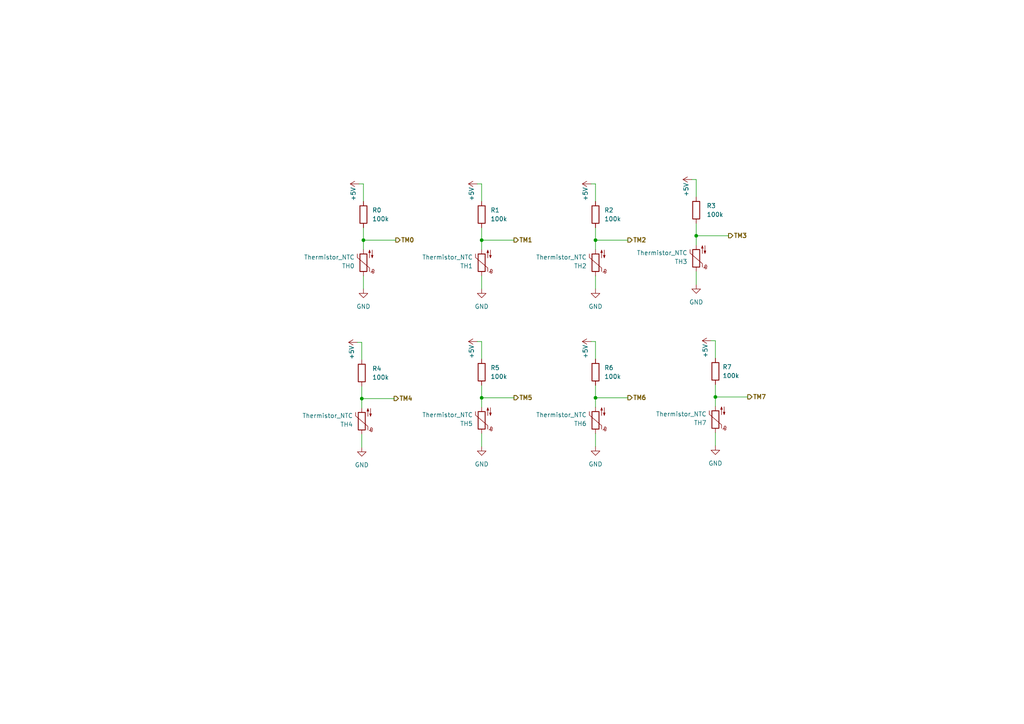
<source format=kicad_sch>
(kicad_sch (version 20211123) (generator eeschema)
  (paper "A4")
  (lib_symbols
    (symbol "Device:R" (pin_numbers hide) (pin_names (offset 0))
      (property "Reference" "R" (at 2.032 0 90))
      (property "Value" "R" (at 0 0 90))
      (symbol "R_0_1"
        (rectangle (start -1.016 -2.54) (end 1.016 2.54) (stroke (width 0.254)))
      )
      (symbol "R_1_1"
        (pin passive line (at 0 3.81 270) (length 1.27) (name "~") (number "1"))
        (pin passive line (at 0 -3.81 90) (length 1.27) (name "~") (number "2"))
      )
    )
    (symbol "Device:Thermistor_NTC" (pin_numbers hide) (pin_names (offset 0))
      (property "Reference" "TH" (at -4.445 0 90))
      (property "Value" "Thermistor_NTC" (at 3.175 0 90))
      (symbol "Thermistor_NTC_0_1"
        (arc (start -3.048 2.159) (mid -3.0505 2.3165) (end -3.175 2.413))
        (arc (start -3.048 2.159) (mid -2.9736 1.9794) (end -2.794 1.905))
        (arc (start -3.048 2.794) (mid -2.9736 2.6144) (end -2.794 2.54))
        (arc (start -2.794 1.905) (mid -2.6144 1.9794) (end -2.54 2.159))
        (arc (start -2.794 2.54) (mid -2.434 2.5608) (end -2.159 2.794))
        (arc (start -2.794 3.048) (mid -2.9736 2.9736) (end -3.048 2.794))
        (arc (start -2.54 2.794) (mid -2.6144 2.9736) (end -2.794 3.048))
        (rectangle (start -1.016 2.54) (end 1.016 -2.54) (stroke (width 0.254)))
        (polyline (pts (xy -2.54 2.159) (xy -2.54 2.794)))
        (polyline (pts (xy -1.778 2.54) (xy -1.778 1.524) (xy 1.778 -1.524) (xy 1.778 -2.54)))
        (polyline (pts (xy -2.54 -3.683) (xy -2.54 -1.397) (xy -2.794 -2.159) (xy -2.286 -2.159) (xy -2.54 -1.397) (xy -2.54 -1.651)) (fill (type outline)))
        (polyline (pts (xy -1.778 -1.397) (xy -1.778 -3.683) (xy -2.032 -2.921) (xy -1.524 -2.921) (xy -1.778 -3.683) (xy -1.778 -3.429)) (fill (type outline)))
      )
      (symbol "Thermistor_NTC_1_1"
        (pin passive line (at 0 3.81 270) (length 1.27) (name "~") (number "1"))
        (pin passive line (at 0 -3.81 90) (length 1.27) (name "~") (number "2"))
      )
    )
    (symbol "power:+5V" (power) (pin_names (offset 0))
      (property "Value" "+5V" (at 0 3.556 0))
      (symbol "+5V_0_1"
        (polyline (pts (xy -0.762 1.27) (xy 0 2.54)))
        (polyline (pts (xy 0 0) (xy 0 2.54)))
        (polyline (pts (xy 0 2.54) (xy 0.762 1.27)))
      )
      (symbol "+5V_1_1"
        (pin power_in line (at 0 0 90) (length 0) hide (name "+5V") (number "1"))
      )
    )
    (symbol "power:GND" (power) (pin_names (offset 0))
      (property "Value" "GND" (at 0 -3.81 0))
      (symbol "GND_0_1"
        (polyline (pts (xy 0 0) (xy 0 -1.27) (xy 1.27 -1.27) (xy 0 -2.54) (xy -1.27 -1.27) (xy 0 -1.27)))
      )
      (symbol "GND_1_1"
        (pin power_in line (at 0 0 270) (length 0) hide (name "GND") (number "1"))
      )
    )
  )
  (junction (at 139.7 69.6575))
  (junction (at 172.72 69.6575))
  (junction (at 207.493 115.1409))
  (junction (at 104.927 115.6141))
  (junction (at 105.41 69.6575))
  (junction (at 172.72 115.3775))
  (junction (at 201.93 68.3875))
  (junction (at 139.7 115.3775))
  (wire (pts (xy 172.72 115.3775) (xy 182.093 115.3775)))
  (wire (pts (xy 172.72 53.34) (xy 171.45 53.34)))
  (wire (pts (xy 172.72 72.39) (xy 172.72 69.6575)))
  (wire (pts (xy 105.41 72.39) (xy 105.41 69.6575)))
  (wire (pts (xy 139.7 125.73) (xy 139.7 129.54)))
  (wire (pts (xy 207.493 125.4934) (xy 207.493 129.3034)))
  (wire (pts (xy 139.7 118.11) (xy 139.7 115.3775)))
  (wire (pts (xy 114.3 115.6141) (xy 114.3 115.57)))
  (wire (pts (xy 149.073 115.3775) (xy 149.073 115.3334)))
  (wire (pts (xy 207.493 98.8234) (xy 206.223 98.8234)))
  (wire (pts (xy 201.93 64.77) (xy 201.93 68.3875)))
  (wire (pts (xy 182.093 69.6575) (xy 182.093 69.6134)))
  (wire (pts (xy 201.93 52.07) (xy 200.66 52.07)))
  (wire (pts (xy 105.41 80.01) (xy 105.41 83.82)))
  (wire (pts (xy 201.93 52.07) (xy 201.93 57.15)))
  (wire (pts (xy 139.7 66.04) (xy 139.7 69.6575)))
  (wire (pts (xy 104.927 125.9666) (xy 104.927 129.7766)))
  (wire (pts (xy 139.7 99.06) (xy 138.43 99.06)))
  (wire (pts (xy 172.72 125.73) (xy 172.72 129.54)))
  (wire (pts (xy 104.927 118.3466) (xy 104.927 115.6141)))
  (wire (pts (xy 201.93 78.74) (xy 201.93 82.55)))
  (wire (pts (xy 172.72 99.06) (xy 172.72 104.14)))
  (wire (pts (xy 172.72 66.04) (xy 172.72 69.6575)))
  (wire (pts (xy 207.493 115.1409) (xy 216.866 115.1409)))
  (wire (pts (xy 172.72 111.76) (xy 172.72 115.3775)))
  (wire (pts (xy 172.72 99.06) (xy 171.45 99.06)))
  (wire (pts (xy 207.493 117.8734) (xy 207.493 115.1409)))
  (wire (pts (xy 172.72 118.11) (xy 172.72 115.3775)))
  (wire (pts (xy 201.93 71.12) (xy 201.93 68.3875)))
  (wire (pts (xy 211.303 68.3875) (xy 211.303 68.3434)))
  (wire (pts (xy 114.783 69.6575) (xy 114.783 69.6134)))
  (wire (pts (xy 139.7 80.01) (xy 139.7 83.82)))
  (wire (pts (xy 172.72 80.01) (xy 172.72 83.82)))
  (wire (pts (xy 139.7 111.76) (xy 139.7 115.3775)))
  (wire (pts (xy 207.493 98.8234) (xy 207.493 103.9034)))
  (wire (pts (xy 105.41 69.6575) (xy 114.783 69.6575)))
  (wire (pts (xy 207.493 111.5234) (xy 207.493 115.1409)))
  (wire (pts (xy 139.7 72.39) (xy 139.7 69.6575)))
  (wire (pts (xy 139.7 69.6575) (xy 149.073 69.6575)))
  (wire (pts (xy 104.927 111.9966) (xy 104.927 115.6141)))
  (wire (pts (xy 105.41 53.34) (xy 105.41 58.42)))
  (wire (pts (xy 201.93 68.3875) (xy 211.303 68.3875)))
  (wire (pts (xy 172.72 69.6575) (xy 182.093 69.6575)))
  (wire (pts (xy 216.866 115.1409) (xy 216.866 115.0968)))
  (wire (pts (xy 105.41 66.04) (xy 105.41 69.6575)))
  (wire (pts (xy 149.073 69.6575) (xy 149.073 69.6134)))
  (wire (pts (xy 139.7 53.34) (xy 138.43 53.34)))
  (wire (pts (xy 105.41 53.34) (xy 104.14 53.34)))
  (wire (pts (xy 139.7 99.06) (xy 139.7 104.14)))
  (wire (pts (xy 182.093 115.3775) (xy 182.093 115.3334)))
  (wire (pts (xy 104.927 99.2966) (xy 103.657 99.2966)))
  (wire (pts (xy 172.72 53.34) (xy 172.72 58.42)))
  (wire (pts (xy 139.7 53.34) (xy 139.7 58.42)))
  (wire (pts (xy 104.927 115.6141) (xy 114.3 115.6141)))
  (wire (pts (xy 104.927 99.2966) (xy 104.927 104.3766)))
  (wire (pts (xy 139.7 115.3775) (xy 149.073 115.3775)))
  (hierarchical_label "TM7" (shape output) (at 216.866 115.0968 0) (effects (font bold)))
  (hierarchical_label "TM5" (shape output) (at 149.073 115.3334 0) (effects (font bold)))
  (hierarchical_label "TM6" (shape output) (at 182.093 115.3334 0) (effects (font bold)))
  (hierarchical_label "TM0" (shape output) (at 114.783 69.6134 0) (effects (font bold)))
  (hierarchical_label "TM4" (shape output) (at 114.3 115.57 0) (effects (font bold)))
  (hierarchical_label "TM2" (shape output) (at 182.093 69.6134 0) (effects (font bold)))
  (hierarchical_label "TM3" (shape output) (at 211.303 68.3434 0) (effects (font bold)))
  (hierarchical_label "TM1" (shape output) (at 149.073 69.6134 0) (effects (font bold)))
  (symbol (lib_id "power:+5V") (at 103.657 99.2966 90) (unit 1)
    (property "Reference" "#PWR0123" (effects hide))
    (property "Value" "+5V" (at 101.9871 102.2492 0))
  )
  (symbol (lib_id "power:GND") (at 207.493 129.3034 0) (unit 1)
    (property "Reference" "#PWR0118" (effects hide))
    (property "Value" "GND" (at 207.493 134.3834 0))
  )
  (symbol (lib_id "Device:Thermistor_NTC") (at 105.41 76.2 180) (unit 1)
    (property "Reference" "TH0" (at 102.87 77.1526 0) (effects (justify left)))
    (property "Value" "Thermistor_NTC" (at 102.87 74.6126 0) (effects (justify left)))
    (property "Footprint" "Connector_PinHeader_2.54mm:PinHeader_1x02_P2.54mm_Vertical" (effects hide))
  )
  (symbol (lib_id "Device:Thermistor_NTC") (at 172.72 76.2 180) (unit 1)
    (property "Reference" "TH2" (at 170.18 77.1526 0) (effects (justify left)))
    (property "Value" "Thermistor_NTC" (at 170.18 74.6126 0) (effects (justify left)))
    (property "Footprint" "Connector_PinHeader_2.54mm:PinHeader_1x02_P2.54mm_Vertical" (effects hide))
  )
  (symbol (lib_id "power:GND") (at 139.7 83.82 0) (unit 1)
    (property "Reference" "#PWR0127" (effects hide))
    (property "Value" "GND" (at 139.7 88.9 0))
  )
  (symbol (lib_id "power:GND") (at 139.7 129.54 0) (unit 1)
    (property "Reference" "#PWR0129" (effects hide))
    (property "Value" "GND" (at 139.7 134.62 0))
  )
  (symbol (lib_id "Device:Thermistor_NTC") (at 201.93 74.93 180) (unit 1)
    (property "Reference" "TH3" (at 199.39 75.8826 0) (effects (justify left)))
    (property "Value" "Thermistor_NTC" (at 199.39 73.3426 0) (effects (justify left)))
    (property "Footprint" "Connector_PinHeader_2.54mm:PinHeader_1x02_P2.54mm_Vertical" (effects hide))
  )
  (symbol (lib_id "Device:Thermistor_NTC") (at 207.493 121.6834 180) (unit 1)
    (property "Reference" "TH7" (at 204.953 122.636 0) (effects (justify left)))
    (property "Value" "Thermistor_NTC" (at 204.953 120.096 0) (effects (justify left)))
    (property "Footprint" "Connector_PinHeader_2.54mm:PinHeader_1x02_P2.54mm_Vertical" (effects hide))
  )
  (symbol (lib_id "Device:R") (at 207.493 107.7134 0) (unit 1)
    (property "Reference" "R7" (at 209.55 106.4433 0) (effects (justify left)))
    (property "Value" "100k" (at 209.55 108.9833 0) (effects (justify left)))
    (property "Footprint" "Resistor_THT:R_Box_L8.4mm_W2.5mm_P5.08mm" (effects hide))
  )
  (symbol (lib_id "Device:R") (at 139.7 62.23 0) (unit 1)
    (property "Reference" "R1" (at 142.24 60.9599 0) (effects (justify left)))
    (property "Value" "100k" (at 142.24 63.4999 0) (effects (justify left)))
    (property "Footprint" "Resistor_THT:R_Box_L8.4mm_W2.5mm_P5.08mm" (effects hide))
  )
  (symbol (lib_id "Device:R") (at 105.41 62.23 0) (unit 1)
    (property "Reference" "R0" (at 107.95 60.9599 0) (effects (justify left)))
    (property "Value" "100k" (at 107.95 63.4999 0) (effects (justify left)))
    (property "Footprint" "Resistor_THT:R_Box_L8.4mm_W2.5mm_P5.08mm" (effects hide))
  )
  (symbol (lib_id "power:GND") (at 172.72 129.54 0) (unit 1)
    (property "Reference" "#PWR0116" (effects hide))
    (property "Value" "GND" (at 172.72 134.62 0))
  )
  (symbol (lib_id "Device:R") (at 201.93 60.96 0) (unit 1)
    (property "Reference" "R3" (at 204.953 59.6899 0) (effects (justify left)))
    (property "Value" "100k" (at 204.953 62.2299 0) (effects (justify left)))
    (property "Footprint" "Resistor_THT:R_Box_L8.4mm_W2.5mm_P5.08mm" (effects hide))
  )
  (symbol (lib_id "power:+5V") (at 206.223 98.8234 90) (unit 1)
    (property "Reference" "#PWR0119" (effects hide))
    (property "Value" "+5V" (at 204.5531 101.776 0))
  )
  (symbol (lib_id "Device:Thermistor_NTC") (at 139.7 76.2 180) (unit 1)
    (property "Reference" "TH1" (at 137.16 77.1526 0) (effects (justify left)))
    (property "Value" "Thermistor_NTC" (at 137.16 74.6126 0) (effects (justify left)))
    (property "Footprint" "Connector_PinHeader_2.54mm:PinHeader_1x02_P2.54mm_Vertical" (effects hide))
  )
  (symbol (lib_id "Device:R") (at 172.72 62.23 0) (unit 1)
    (property "Reference" "R2" (at 175.26 60.9599 0) (effects (justify left)))
    (property "Value" "100k" (at 175.26 63.4999 0) (effects (justify left)))
    (property "Footprint" "Resistor_THT:R_Box_L8.4mm_W2.5mm_P5.08mm" (effects hide))
  )
  (symbol (lib_id "power:+5V") (at 104.14 53.34 90) (unit 1)
    (property "Reference" "#PWR0126" (effects hide))
    (property "Value" "+5V" (at 102.4701 56.2926 0))
  )
  (symbol (lib_id "power:GND") (at 104.927 129.7766 0) (unit 1)
    (property "Reference" "#PWR0130" (effects hide))
    (property "Value" "GND" (at 104.927 134.8566 0))
  )
  (symbol (lib_id "power:+5V") (at 138.43 53.34 90) (unit 1)
    (property "Reference" "#PWR0125" (effects hide))
    (property "Value" "+5V" (at 136.7601 56.2926 0))
  )
  (symbol (lib_id "Device:Thermistor_NTC") (at 172.72 121.92 180) (unit 1)
    (property "Reference" "TH6" (at 170.18 122.8726 0) (effects (justify left)))
    (property "Value" "Thermistor_NTC" (at 170.18 120.3326 0) (effects (justify left)))
    (property "Footprint" "Connector_PinHeader_2.54mm:PinHeader_1x02_P2.54mm_Vertical" (effects hide))
  )
  (symbol (lib_id "power:GND") (at 105.41 83.82 0) (unit 1)
    (property "Reference" "#PWR0128" (effects hide))
    (property "Value" "GND" (at 105.41 88.9 0))
  )
  (symbol (lib_id "power:+5V") (at 171.45 99.06 90) (unit 1)
    (property "Reference" "#PWR0120" (effects hide))
    (property "Value" "+5V" (at 169.7801 102.0126 0))
  )
  (symbol (lib_id "power:GND") (at 172.72 83.82 0) (unit 1)
    (property "Reference" "#PWR0121" (effects hide))
    (property "Value" "GND" (at 172.72 88.9 0))
  )
  (symbol (lib_id "power:+5V") (at 200.66 52.07 90) (unit 1)
    (property "Reference" "#PWR0117" (effects hide))
    (property "Value" "+5V" (at 198.9901 55.0226 0))
  )
  (symbol (lib_id "power:+5V") (at 138.43 99.06 90) (unit 1)
    (property "Reference" "#PWR0124" (effects hide))
    (property "Value" "+5V" (at 136.7601 102.0126 0))
  )
  (symbol (lib_id "power:GND") (at 201.93 82.55 0) (unit 1)
    (property "Reference" "#PWR0122" (effects hide))
    (property "Value" "GND" (at 201.93 87.63 0))
  )
  (symbol (lib_id "Device:R") (at 172.72 107.95 0) (unit 1)
    (property "Reference" "R6" (at 175.26 106.6799 0) (effects (justify left)))
    (property "Value" "100k" (at 175.26 109.2199 0) (effects (justify left)))
    (property "Footprint" "Resistor_THT:R_Box_L8.4mm_W2.5mm_P5.08mm" (effects hide))
  )
  (symbol (lib_id "Device:R") (at 139.7 107.95 0) (unit 1)
    (property "Reference" "R5" (at 142.24 106.6799 0) (effects (justify left)))
    (property "Value" "100k" (at 142.24 109.2199 0) (effects (justify left)))
    (property "Footprint" "Resistor_THT:R_Box_L8.4mm_W2.5mm_P5.08mm" (effects hide))
  )
  (symbol (lib_id "Device:Thermistor_NTC") (at 139.7 121.92 180) (unit 1)
    (property "Reference" "TH5" (at 137.16 122.8726 0) (effects (justify left)))
    (property "Value" "Thermistor_NTC" (at 137.16 120.3326 0) (effects (justify left)))
    (property "Footprint" "Connector_PinHeader_2.54mm:PinHeader_1x02_P2.54mm_Vertical" (effects hide))
  )
  (symbol (lib_id "power:+5V") (at 171.45 53.34 90) (unit 1)
    (property "Reference" "#PWR0115" (effects hide))
    (property "Value" "+5V" (at 169.7801 56.2926 0))
  )
  (symbol (lib_id "Device:Thermistor_NTC") (at 104.927 122.1566 180) (unit 1)
    (property "Reference" "TH4" (at 102.387 123.1092 0) (effects (justify left)))
    (property "Value" "Thermistor_NTC" (at 102.387 120.5692 0) (effects (justify left)))
    (property "Footprint" "Connector_PinHeader_2.54mm:PinHeader_1x02_P2.54mm_Vertical" (effects hide))
  )
  (symbol (lib_id "Device:R") (at 104.927 108.1866 0) (unit 1)
    (property "Reference" "R4" (at 107.95 106.9165 0) (effects (justify left)))
    (property "Value" "100k" (at 107.95 109.4565 0) (effects (justify left)))
    (property "Footprint" "Resistor_THT:R_Box_L8.4mm_W2.5mm_P5.08mm" (effects hide))
  )
)
</source>
